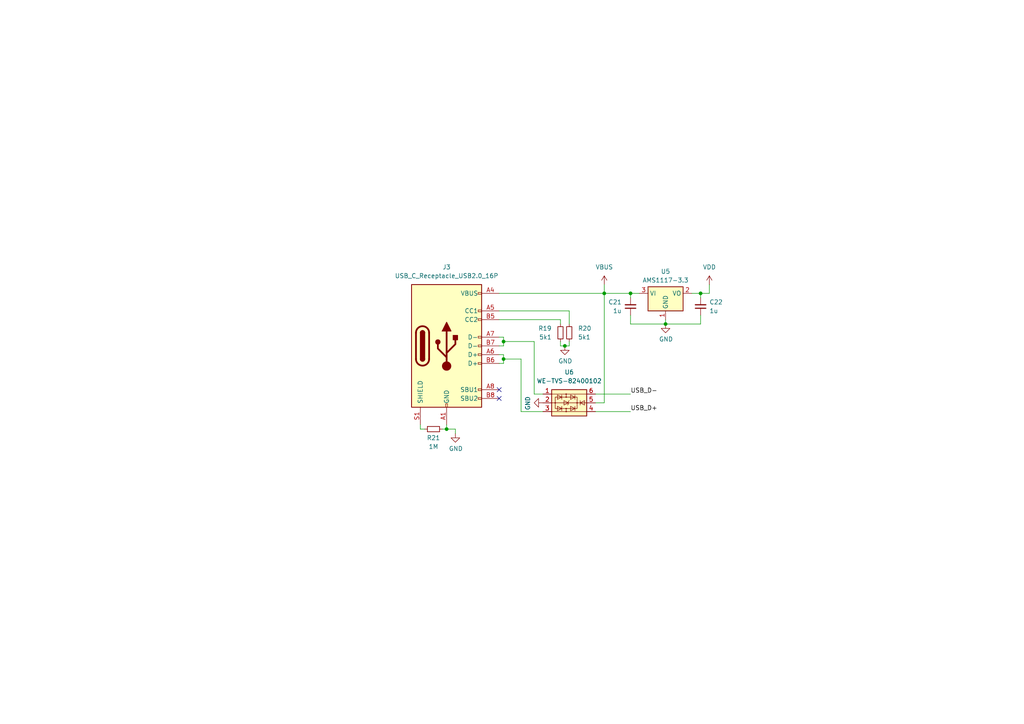
<source format=kicad_sch>
(kicad_sch
	(version 20250114)
	(generator "eeschema")
	(generator_version "9.0")
	(uuid "6a2ba2e5-8ed3-4988-a223-f648f471cefc")
	(paper "A4")
	(lib_symbols
		(symbol "Connector:USB_C_Receptacle_USB2.0_16P"
			(pin_names
				(offset 1.016)
			)
			(exclude_from_sim no)
			(in_bom yes)
			(on_board yes)
			(property "Reference" "J"
				(at 0 22.225 0)
				(effects
					(font
						(size 1.27 1.27)
					)
				)
			)
			(property "Value" "USB_C_Receptacle_USB2.0_16P"
				(at 0 19.685 0)
				(effects
					(font
						(size 1.27 1.27)
					)
				)
			)
			(property "Footprint" ""
				(at 3.81 0 0)
				(effects
					(font
						(size 1.27 1.27)
					)
					(hide yes)
				)
			)
			(property "Datasheet" "https://www.usb.org/sites/default/files/documents/usb_type-c.zip"
				(at 3.81 0 0)
				(effects
					(font
						(size 1.27 1.27)
					)
					(hide yes)
				)
			)
			(property "Description" "USB 2.0-only 16P Type-C Receptacle connector"
				(at 0 0 0)
				(effects
					(font
						(size 1.27 1.27)
					)
					(hide yes)
				)
			)
			(property "ki_keywords" "usb universal serial bus type-C USB2.0"
				(at 0 0 0)
				(effects
					(font
						(size 1.27 1.27)
					)
					(hide yes)
				)
			)
			(property "ki_fp_filters" "USB*C*Receptacle*"
				(at 0 0 0)
				(effects
					(font
						(size 1.27 1.27)
					)
					(hide yes)
				)
			)
			(symbol "USB_C_Receptacle_USB2.0_16P_0_0"
				(rectangle
					(start -0.254 -17.78)
					(end 0.254 -16.764)
					(stroke
						(width 0)
						(type default)
					)
					(fill
						(type none)
					)
				)
				(rectangle
					(start 10.16 15.494)
					(end 9.144 14.986)
					(stroke
						(width 0)
						(type default)
					)
					(fill
						(type none)
					)
				)
				(rectangle
					(start 10.16 10.414)
					(end 9.144 9.906)
					(stroke
						(width 0)
						(type default)
					)
					(fill
						(type none)
					)
				)
				(rectangle
					(start 10.16 7.874)
					(end 9.144 7.366)
					(stroke
						(width 0)
						(type default)
					)
					(fill
						(type none)
					)
				)
				(rectangle
					(start 10.16 2.794)
					(end 9.144 2.286)
					(stroke
						(width 0)
						(type default)
					)
					(fill
						(type none)
					)
				)
				(rectangle
					(start 10.16 0.254)
					(end 9.144 -0.254)
					(stroke
						(width 0)
						(type default)
					)
					(fill
						(type none)
					)
				)
				(rectangle
					(start 10.16 -2.286)
					(end 9.144 -2.794)
					(stroke
						(width 0)
						(type default)
					)
					(fill
						(type none)
					)
				)
				(rectangle
					(start 10.16 -4.826)
					(end 9.144 -5.334)
					(stroke
						(width 0)
						(type default)
					)
					(fill
						(type none)
					)
				)
				(rectangle
					(start 10.16 -12.446)
					(end 9.144 -12.954)
					(stroke
						(width 0)
						(type default)
					)
					(fill
						(type none)
					)
				)
				(rectangle
					(start 10.16 -14.986)
					(end 9.144 -15.494)
					(stroke
						(width 0)
						(type default)
					)
					(fill
						(type none)
					)
				)
			)
			(symbol "USB_C_Receptacle_USB2.0_16P_0_1"
				(rectangle
					(start -10.16 17.78)
					(end 10.16 -17.78)
					(stroke
						(width 0.254)
						(type default)
					)
					(fill
						(type background)
					)
				)
				(polyline
					(pts
						(xy -8.89 -3.81) (xy -8.89 3.81)
					)
					(stroke
						(width 0.508)
						(type default)
					)
					(fill
						(type none)
					)
				)
				(rectangle
					(start -7.62 -3.81)
					(end -6.35 3.81)
					(stroke
						(width 0.254)
						(type default)
					)
					(fill
						(type outline)
					)
				)
				(arc
					(start -7.62 3.81)
					(mid -6.985 4.4423)
					(end -6.35 3.81)
					(stroke
						(width 0.254)
						(type default)
					)
					(fill
						(type none)
					)
				)
				(arc
					(start -7.62 3.81)
					(mid -6.985 4.4423)
					(end -6.35 3.81)
					(stroke
						(width 0.254)
						(type default)
					)
					(fill
						(type outline)
					)
				)
				(arc
					(start -8.89 3.81)
					(mid -6.985 5.7067)
					(end -5.08 3.81)
					(stroke
						(width 0.508)
						(type default)
					)
					(fill
						(type none)
					)
				)
				(arc
					(start -5.08 -3.81)
					(mid -6.985 -5.7067)
					(end -8.89 -3.81)
					(stroke
						(width 0.508)
						(type default)
					)
					(fill
						(type none)
					)
				)
				(arc
					(start -6.35 -3.81)
					(mid -6.985 -4.4423)
					(end -7.62 -3.81)
					(stroke
						(width 0.254)
						(type default)
					)
					(fill
						(type none)
					)
				)
				(arc
					(start -6.35 -3.81)
					(mid -6.985 -4.4423)
					(end -7.62 -3.81)
					(stroke
						(width 0.254)
						(type default)
					)
					(fill
						(type outline)
					)
				)
				(polyline
					(pts
						(xy -5.08 3.81) (xy -5.08 -3.81)
					)
					(stroke
						(width 0.508)
						(type default)
					)
					(fill
						(type none)
					)
				)
				(circle
					(center -2.54 1.143)
					(radius 0.635)
					(stroke
						(width 0.254)
						(type default)
					)
					(fill
						(type outline)
					)
				)
				(polyline
					(pts
						(xy -1.27 4.318) (xy 0 6.858) (xy 1.27 4.318) (xy -1.27 4.318)
					)
					(stroke
						(width 0.254)
						(type default)
					)
					(fill
						(type outline)
					)
				)
				(polyline
					(pts
						(xy 0 -2.032) (xy 2.54 0.508) (xy 2.54 1.778)
					)
					(stroke
						(width 0.508)
						(type default)
					)
					(fill
						(type none)
					)
				)
				(polyline
					(pts
						(xy 0 -3.302) (xy -2.54 -0.762) (xy -2.54 0.508)
					)
					(stroke
						(width 0.508)
						(type default)
					)
					(fill
						(type none)
					)
				)
				(polyline
					(pts
						(xy 0 -5.842) (xy 0 4.318)
					)
					(stroke
						(width 0.508)
						(type default)
					)
					(fill
						(type none)
					)
				)
				(circle
					(center 0 -5.842)
					(radius 1.27)
					(stroke
						(width 0)
						(type default)
					)
					(fill
						(type outline)
					)
				)
				(rectangle
					(start 1.905 1.778)
					(end 3.175 3.048)
					(stroke
						(width 0.254)
						(type default)
					)
					(fill
						(type outline)
					)
				)
			)
			(symbol "USB_C_Receptacle_USB2.0_16P_1_1"
				(pin passive line
					(at -7.62 -22.86 90)
					(length 5.08)
					(name "SHIELD"
						(effects
							(font
								(size 1.27 1.27)
							)
						)
					)
					(number "S1"
						(effects
							(font
								(size 1.27 1.27)
							)
						)
					)
				)
				(pin passive line
					(at 0 -22.86 90)
					(length 5.08)
					(name "GND"
						(effects
							(font
								(size 1.27 1.27)
							)
						)
					)
					(number "A1"
						(effects
							(font
								(size 1.27 1.27)
							)
						)
					)
				)
				(pin passive line
					(at 0 -22.86 90)
					(length 5.08)
					(hide yes)
					(name "GND"
						(effects
							(font
								(size 1.27 1.27)
							)
						)
					)
					(number "A12"
						(effects
							(font
								(size 1.27 1.27)
							)
						)
					)
				)
				(pin passive line
					(at 0 -22.86 90)
					(length 5.08)
					(hide yes)
					(name "GND"
						(effects
							(font
								(size 1.27 1.27)
							)
						)
					)
					(number "B1"
						(effects
							(font
								(size 1.27 1.27)
							)
						)
					)
				)
				(pin passive line
					(at 0 -22.86 90)
					(length 5.08)
					(hide yes)
					(name "GND"
						(effects
							(font
								(size 1.27 1.27)
							)
						)
					)
					(number "B12"
						(effects
							(font
								(size 1.27 1.27)
							)
						)
					)
				)
				(pin passive line
					(at 15.24 15.24 180)
					(length 5.08)
					(name "VBUS"
						(effects
							(font
								(size 1.27 1.27)
							)
						)
					)
					(number "A4"
						(effects
							(font
								(size 1.27 1.27)
							)
						)
					)
				)
				(pin passive line
					(at 15.24 15.24 180)
					(length 5.08)
					(hide yes)
					(name "VBUS"
						(effects
							(font
								(size 1.27 1.27)
							)
						)
					)
					(number "A9"
						(effects
							(font
								(size 1.27 1.27)
							)
						)
					)
				)
				(pin passive line
					(at 15.24 15.24 180)
					(length 5.08)
					(hide yes)
					(name "VBUS"
						(effects
							(font
								(size 1.27 1.27)
							)
						)
					)
					(number "B4"
						(effects
							(font
								(size 1.27 1.27)
							)
						)
					)
				)
				(pin passive line
					(at 15.24 15.24 180)
					(length 5.08)
					(hide yes)
					(name "VBUS"
						(effects
							(font
								(size 1.27 1.27)
							)
						)
					)
					(number "B9"
						(effects
							(font
								(size 1.27 1.27)
							)
						)
					)
				)
				(pin bidirectional line
					(at 15.24 10.16 180)
					(length 5.08)
					(name "CC1"
						(effects
							(font
								(size 1.27 1.27)
							)
						)
					)
					(number "A5"
						(effects
							(font
								(size 1.27 1.27)
							)
						)
					)
				)
				(pin bidirectional line
					(at 15.24 7.62 180)
					(length 5.08)
					(name "CC2"
						(effects
							(font
								(size 1.27 1.27)
							)
						)
					)
					(number "B5"
						(effects
							(font
								(size 1.27 1.27)
							)
						)
					)
				)
				(pin bidirectional line
					(at 15.24 2.54 180)
					(length 5.08)
					(name "D-"
						(effects
							(font
								(size 1.27 1.27)
							)
						)
					)
					(number "A7"
						(effects
							(font
								(size 1.27 1.27)
							)
						)
					)
				)
				(pin bidirectional line
					(at 15.24 0 180)
					(length 5.08)
					(name "D-"
						(effects
							(font
								(size 1.27 1.27)
							)
						)
					)
					(number "B7"
						(effects
							(font
								(size 1.27 1.27)
							)
						)
					)
				)
				(pin bidirectional line
					(at 15.24 -2.54 180)
					(length 5.08)
					(name "D+"
						(effects
							(font
								(size 1.27 1.27)
							)
						)
					)
					(number "A6"
						(effects
							(font
								(size 1.27 1.27)
							)
						)
					)
				)
				(pin bidirectional line
					(at 15.24 -5.08 180)
					(length 5.08)
					(name "D+"
						(effects
							(font
								(size 1.27 1.27)
							)
						)
					)
					(number "B6"
						(effects
							(font
								(size 1.27 1.27)
							)
						)
					)
				)
				(pin bidirectional line
					(at 15.24 -12.7 180)
					(length 5.08)
					(name "SBU1"
						(effects
							(font
								(size 1.27 1.27)
							)
						)
					)
					(number "A8"
						(effects
							(font
								(size 1.27 1.27)
							)
						)
					)
				)
				(pin bidirectional line
					(at 15.24 -15.24 180)
					(length 5.08)
					(name "SBU2"
						(effects
							(font
								(size 1.27 1.27)
							)
						)
					)
					(number "B8"
						(effects
							(font
								(size 1.27 1.27)
							)
						)
					)
				)
			)
			(embedded_fonts no)
		)
		(symbol "Device:C_Small"
			(pin_numbers
				(hide yes)
			)
			(pin_names
				(offset 0.254)
				(hide yes)
			)
			(exclude_from_sim no)
			(in_bom yes)
			(on_board yes)
			(property "Reference" "C"
				(at 0.254 1.778 0)
				(effects
					(font
						(size 1.27 1.27)
					)
					(justify left)
				)
			)
			(property "Value" "C_Small"
				(at 0.254 -2.032 0)
				(effects
					(font
						(size 1.27 1.27)
					)
					(justify left)
				)
			)
			(property "Footprint" ""
				(at 0 0 0)
				(effects
					(font
						(size 1.27 1.27)
					)
					(hide yes)
				)
			)
			(property "Datasheet" "~"
				(at 0 0 0)
				(effects
					(font
						(size 1.27 1.27)
					)
					(hide yes)
				)
			)
			(property "Description" "Unpolarized capacitor, small symbol"
				(at 0 0 0)
				(effects
					(font
						(size 1.27 1.27)
					)
					(hide yes)
				)
			)
			(property "ki_keywords" "capacitor cap"
				(at 0 0 0)
				(effects
					(font
						(size 1.27 1.27)
					)
					(hide yes)
				)
			)
			(property "ki_fp_filters" "C_*"
				(at 0 0 0)
				(effects
					(font
						(size 1.27 1.27)
					)
					(hide yes)
				)
			)
			(symbol "C_Small_0_1"
				(polyline
					(pts
						(xy -1.524 0.508) (xy 1.524 0.508)
					)
					(stroke
						(width 0.3048)
						(type default)
					)
					(fill
						(type none)
					)
				)
				(polyline
					(pts
						(xy -1.524 -0.508) (xy 1.524 -0.508)
					)
					(stroke
						(width 0.3302)
						(type default)
					)
					(fill
						(type none)
					)
				)
			)
			(symbol "C_Small_1_1"
				(pin passive line
					(at 0 2.54 270)
					(length 2.032)
					(name "~"
						(effects
							(font
								(size 1.27 1.27)
							)
						)
					)
					(number "1"
						(effects
							(font
								(size 1.27 1.27)
							)
						)
					)
				)
				(pin passive line
					(at 0 -2.54 90)
					(length 2.032)
					(name "~"
						(effects
							(font
								(size 1.27 1.27)
							)
						)
					)
					(number "2"
						(effects
							(font
								(size 1.27 1.27)
							)
						)
					)
				)
			)
			(embedded_fonts no)
		)
		(symbol "Device:R_Small"
			(pin_numbers
				(hide yes)
			)
			(pin_names
				(offset 0.254)
				(hide yes)
			)
			(exclude_from_sim no)
			(in_bom yes)
			(on_board yes)
			(property "Reference" "R"
				(at 0.762 0.508 0)
				(effects
					(font
						(size 1.27 1.27)
					)
					(justify left)
				)
			)
			(property "Value" "R_Small"
				(at 0.762 -1.016 0)
				(effects
					(font
						(size 1.27 1.27)
					)
					(justify left)
				)
			)
			(property "Footprint" ""
				(at 0 0 0)
				(effects
					(font
						(size 1.27 1.27)
					)
					(hide yes)
				)
			)
			(property "Datasheet" "~"
				(at 0 0 0)
				(effects
					(font
						(size 1.27 1.27)
					)
					(hide yes)
				)
			)
			(property "Description" "Resistor, small symbol"
				(at 0 0 0)
				(effects
					(font
						(size 1.27 1.27)
					)
					(hide yes)
				)
			)
			(property "ki_keywords" "R resistor"
				(at 0 0 0)
				(effects
					(font
						(size 1.27 1.27)
					)
					(hide yes)
				)
			)
			(property "ki_fp_filters" "R_*"
				(at 0 0 0)
				(effects
					(font
						(size 1.27 1.27)
					)
					(hide yes)
				)
			)
			(symbol "R_Small_0_1"
				(rectangle
					(start -0.762 1.778)
					(end 0.762 -1.778)
					(stroke
						(width 0.2032)
						(type default)
					)
					(fill
						(type none)
					)
				)
			)
			(symbol "R_Small_1_1"
				(pin passive line
					(at 0 2.54 270)
					(length 0.762)
					(name "~"
						(effects
							(font
								(size 1.27 1.27)
							)
						)
					)
					(number "1"
						(effects
							(font
								(size 1.27 1.27)
							)
						)
					)
				)
				(pin passive line
					(at 0 -2.54 90)
					(length 0.762)
					(name "~"
						(effects
							(font
								(size 1.27 1.27)
							)
						)
					)
					(number "2"
						(effects
							(font
								(size 1.27 1.27)
							)
						)
					)
				)
			)
			(embedded_fonts no)
		)
		(symbol "Power_Protection:WE-TVS-82400102"
			(exclude_from_sim no)
			(in_bom yes)
			(on_board yes)
			(property "Reference" "U"
				(at 0 7.62 0)
				(effects
					(font
						(size 1.27 1.27)
					)
				)
			)
			(property "Value" "WE-TVS-82400102"
				(at 0 5.08 0)
				(effects
					(font
						(size 1.27 1.27)
					)
				)
			)
			(property "Footprint" "Package_TO_SOT_SMD:SOT-23-6"
				(at 0 -5.08 0)
				(effects
					(font
						(size 1.27 1.27)
					)
					(hide yes)
				)
			)
			(property "Datasheet" "https://www.we-online.com/components/products/datasheet/82400102.pdf"
				(at 0 -6.35 0)
				(effects
					(font
						(size 1.27 1.27)
					)
					(hide yes)
				)
			)
			(property "Description" "Low Capacitance TVS Diode Array, 2 Channels, SOT-23-6"
				(at 0 0 0)
				(effects
					(font
						(size 1.27 1.27)
					)
					(hide yes)
				)
			)
			(property "ki_keywords" "ESD Protection TVS High-speed USB"
				(at 0 0 0)
				(effects
					(font
						(size 1.27 1.27)
					)
					(hide yes)
				)
			)
			(property "ki_fp_filters" "SOT?23*"
				(at 0 0 0)
				(effects
					(font
						(size 1.27 1.27)
					)
					(hide yes)
				)
			)
			(symbol "WE-TVS-82400102_0_1"
				(polyline
					(pts
						(xy -5.08 2.54) (xy 5.08 2.54)
					)
					(stroke
						(width 0)
						(type default)
					)
					(fill
						(type none)
					)
				)
				(polyline
					(pts
						(xy -5.08 -2.54) (xy 5.08 -2.54)
					)
					(stroke
						(width 0)
						(type default)
					)
					(fill
						(type none)
					)
				)
				(rectangle
					(start -4.064 1.651)
					(end 2.286 -1.651)
					(stroke
						(width 0)
						(type default)
					)
					(fill
						(type none)
					)
				)
				(circle
					(center -4.064 0)
					(radius 0.127)
					(stroke
						(width 0)
						(type default)
					)
					(fill
						(type none)
					)
				)
				(polyline
					(pts
						(xy -4.064 0) (xy -5.08 0)
					)
					(stroke
						(width 0)
						(type default)
					)
					(fill
						(type none)
					)
				)
				(polyline
					(pts
						(xy -4.064 0) (xy 2.286 0)
					)
					(stroke
						(width 0)
						(type default)
					)
					(fill
						(type outline)
					)
				)
				(polyline
					(pts
						(xy -3.429 1.016) (xy -3.429 2.286) (xy -2.159 1.651) (xy -3.429 1.016)
					)
					(stroke
						(width 0)
						(type default)
					)
					(fill
						(type none)
					)
				)
				(polyline
					(pts
						(xy -3.429 -1.016) (xy -3.429 -2.286) (xy -2.159 -1.651) (xy -3.429 -1.016)
					)
					(stroke
						(width 0)
						(type default)
					)
					(fill
						(type none)
					)
				)
				(polyline
					(pts
						(xy -2.159 2.286) (xy -2.159 1.016)
					)
					(stroke
						(width 0)
						(type default)
					)
					(fill
						(type none)
					)
				)
				(polyline
					(pts
						(xy -2.159 -1.016) (xy -2.159 -2.286)
					)
					(stroke
						(width 0)
						(type default)
					)
					(fill
						(type none)
					)
				)
				(circle
					(center -0.889 2.54)
					(radius 0.127)
					(stroke
						(width 0)
						(type default)
					)
					(fill
						(type none)
					)
				)
				(circle
					(center -0.889 1.651)
					(radius 0.127)
					(stroke
						(width 0)
						(type default)
					)
					(fill
						(type none)
					)
				)
				(polyline
					(pts
						(xy -0.889 1.651) (xy -0.889 2.54)
					)
					(stroke
						(width 0)
						(type default)
					)
					(fill
						(type none)
					)
				)
				(circle
					(center -0.889 -1.651)
					(radius 0.127)
					(stroke
						(width 0)
						(type default)
					)
					(fill
						(type none)
					)
				)
				(polyline
					(pts
						(xy -0.889 -1.651) (xy -0.889 -2.413)
					)
					(stroke
						(width 0)
						(type default)
					)
					(fill
						(type none)
					)
				)
				(circle
					(center -0.889 -2.54)
					(radius 0.127)
					(stroke
						(width 0)
						(type default)
					)
					(fill
						(type none)
					)
				)
				(polyline
					(pts
						(xy -0.508 -0.635) (xy -0.508 -0.635)
					)
					(stroke
						(width 0)
						(type default)
					)
					(fill
						(type none)
					)
				)
				(polyline
					(pts
						(xy 0 0.635) (xy -0.254 0.381) (xy -0.254 -0.381) (xy -0.508 -0.635)
					)
					(stroke
						(width 0)
						(type default)
					)
					(fill
						(type none)
					)
				)
				(polyline
					(pts
						(xy 0.381 1.016) (xy 0.381 2.286) (xy 1.651 1.651) (xy 0.381 1.016)
					)
					(stroke
						(width 0)
						(type default)
					)
					(fill
						(type none)
					)
				)
				(polyline
					(pts
						(xy 0.381 -1.016) (xy 0.381 -2.286) (xy 1.651 -1.651) (xy 0.381 -1.016)
					)
					(stroke
						(width 0)
						(type default)
					)
					(fill
						(type none)
					)
				)
				(polyline
					(pts
						(xy 1.651 2.286) (xy 1.651 1.016)
					)
					(stroke
						(width 0)
						(type default)
					)
					(fill
						(type none)
					)
				)
				(polyline
					(pts
						(xy 1.651 -1.016) (xy 1.651 -2.286)
					)
					(stroke
						(width 0)
						(type default)
					)
					(fill
						(type none)
					)
				)
				(polyline
					(pts
						(xy 2.286 0) (xy 5.08 0)
					)
					(stroke
						(width 0)
						(type default)
					)
					(fill
						(type none)
					)
				)
				(circle
					(center 2.286 0)
					(radius 0.127)
					(stroke
						(width 0)
						(type default)
					)
					(fill
						(type none)
					)
				)
			)
			(symbol "WE-TVS-82400102_1_1"
				(rectangle
					(start -5.08 3.81)
					(end 5.08 -3.81)
					(stroke
						(width 0.254)
						(type default)
					)
					(fill
						(type background)
					)
				)
				(polyline
					(pts
						(xy -1.524 0.635) (xy -1.524 -0.635) (xy -0.254 0) (xy -1.524 0.635)
					)
					(stroke
						(width 0)
						(type default)
					)
					(fill
						(type none)
					)
				)
				(polyline
					(pts
						(xy 3.175 0.635) (xy 3.175 -0.635)
					)
					(stroke
						(width 0)
						(type default)
					)
					(fill
						(type none)
					)
				)
				(polyline
					(pts
						(xy 4.445 0.635) (xy 4.445 -0.635) (xy 3.175 0) (xy 4.445 0.635)
					)
					(stroke
						(width 0)
						(type default)
					)
					(fill
						(type none)
					)
				)
				(pin passive line
					(at -7.62 2.54 0)
					(length 2.54)
					(name "~"
						(effects
							(font
								(size 1.27 1.27)
							)
						)
					)
					(number "1"
						(effects
							(font
								(size 1.27 1.27)
							)
						)
					)
				)
				(pin passive line
					(at -7.62 0 0)
					(length 2.54)
					(name "~"
						(effects
							(font
								(size 1.27 1.27)
							)
						)
					)
					(number "2"
						(effects
							(font
								(size 1.27 1.27)
							)
						)
					)
				)
				(pin passive line
					(at -7.62 -2.54 0)
					(length 2.54)
					(name "~"
						(effects
							(font
								(size 1.27 1.27)
							)
						)
					)
					(number "3"
						(effects
							(font
								(size 1.27 1.27)
							)
						)
					)
				)
				(pin passive line
					(at 7.62 2.54 180)
					(length 2.54)
					(name "~"
						(effects
							(font
								(size 1.27 1.27)
							)
						)
					)
					(number "6"
						(effects
							(font
								(size 1.27 1.27)
							)
						)
					)
				)
				(pin passive line
					(at 7.62 0 180)
					(length 2.54)
					(name "~"
						(effects
							(font
								(size 1.27 1.27)
							)
						)
					)
					(number "5"
						(effects
							(font
								(size 1.27 1.27)
							)
						)
					)
				)
				(pin passive line
					(at 7.62 -2.54 180)
					(length 2.54)
					(name "~"
						(effects
							(font
								(size 1.27 1.27)
							)
						)
					)
					(number "4"
						(effects
							(font
								(size 1.27 1.27)
							)
						)
					)
				)
			)
			(embedded_fonts no)
		)
		(symbol "Regulator_Linear:AMS1117-3.3"
			(exclude_from_sim no)
			(in_bom yes)
			(on_board yes)
			(property "Reference" "U"
				(at -3.81 3.175 0)
				(effects
					(font
						(size 1.27 1.27)
					)
				)
			)
			(property "Value" "AMS1117-3.3"
				(at 0 3.175 0)
				(effects
					(font
						(size 1.27 1.27)
					)
					(justify left)
				)
			)
			(property "Footprint" "Package_TO_SOT_SMD:SOT-223-3_TabPin2"
				(at 0 5.08 0)
				(effects
					(font
						(size 1.27 1.27)
					)
					(hide yes)
				)
			)
			(property "Datasheet" "http://www.advanced-monolithic.com/pdf/ds1117.pdf"
				(at 2.54 -6.35 0)
				(effects
					(font
						(size 1.27 1.27)
					)
					(hide yes)
				)
			)
			(property "Description" "1A Low Dropout regulator, positive, 3.3V fixed output, SOT-223"
				(at 0 0 0)
				(effects
					(font
						(size 1.27 1.27)
					)
					(hide yes)
				)
			)
			(property "ki_keywords" "linear regulator ldo fixed positive"
				(at 0 0 0)
				(effects
					(font
						(size 1.27 1.27)
					)
					(hide yes)
				)
			)
			(property "ki_fp_filters" "SOT?223*TabPin2*"
				(at 0 0 0)
				(effects
					(font
						(size 1.27 1.27)
					)
					(hide yes)
				)
			)
			(symbol "AMS1117-3.3_0_1"
				(rectangle
					(start -5.08 -5.08)
					(end 5.08 1.905)
					(stroke
						(width 0.254)
						(type default)
					)
					(fill
						(type background)
					)
				)
			)
			(symbol "AMS1117-3.3_1_1"
				(pin power_in line
					(at -7.62 0 0)
					(length 2.54)
					(name "VI"
						(effects
							(font
								(size 1.27 1.27)
							)
						)
					)
					(number "3"
						(effects
							(font
								(size 1.27 1.27)
							)
						)
					)
				)
				(pin power_in line
					(at 0 -7.62 90)
					(length 2.54)
					(name "GND"
						(effects
							(font
								(size 1.27 1.27)
							)
						)
					)
					(number "1"
						(effects
							(font
								(size 1.27 1.27)
							)
						)
					)
				)
				(pin power_out line
					(at 7.62 0 180)
					(length 2.54)
					(name "VO"
						(effects
							(font
								(size 1.27 1.27)
							)
						)
					)
					(number "2"
						(effects
							(font
								(size 1.27 1.27)
							)
						)
					)
				)
			)
			(embedded_fonts no)
		)
		(symbol "power:GND"
			(power)
			(pin_names
				(offset 0)
			)
			(exclude_from_sim no)
			(in_bom yes)
			(on_board yes)
			(property "Reference" "#PWR"
				(at 0 -6.35 0)
				(effects
					(font
						(size 1.27 1.27)
					)
					(hide yes)
				)
			)
			(property "Value" "GND"
				(at 0 -3.81 0)
				(effects
					(font
						(size 1.27 1.27)
					)
				)
			)
			(property "Footprint" ""
				(at 0 0 0)
				(effects
					(font
						(size 1.27 1.27)
					)
					(hide yes)
				)
			)
			(property "Datasheet" ""
				(at 0 0 0)
				(effects
					(font
						(size 1.27 1.27)
					)
					(hide yes)
				)
			)
			(property "Description" "Power symbol creates a global label with name \"GND\" , ground"
				(at 0 0 0)
				(effects
					(font
						(size 1.27 1.27)
					)
					(hide yes)
				)
			)
			(property "ki_keywords" "power-flag"
				(at 0 0 0)
				(effects
					(font
						(size 1.27 1.27)
					)
					(hide yes)
				)
			)
			(symbol "GND_0_1"
				(polyline
					(pts
						(xy 0 0) (xy 0 -1.27) (xy 1.27 -1.27) (xy 0 -2.54) (xy -1.27 -1.27) (xy 0 -1.27)
					)
					(stroke
						(width 0)
						(type default)
					)
					(fill
						(type none)
					)
				)
			)
			(symbol "GND_1_1"
				(pin power_in line
					(at 0 0 270)
					(length 0)
					(hide yes)
					(name "GND"
						(effects
							(font
								(size 1.27 1.27)
							)
						)
					)
					(number "1"
						(effects
							(font
								(size 1.27 1.27)
							)
						)
					)
				)
			)
			(embedded_fonts no)
		)
		(symbol "power:VBUS"
			(power)
			(pin_numbers
				(hide yes)
			)
			(pin_names
				(offset 0)
				(hide yes)
			)
			(exclude_from_sim no)
			(in_bom yes)
			(on_board yes)
			(property "Reference" "#PWR"
				(at 0 -3.81 0)
				(effects
					(font
						(size 1.27 1.27)
					)
					(hide yes)
				)
			)
			(property "Value" "VBUS"
				(at 0 3.556 0)
				(effects
					(font
						(size 1.27 1.27)
					)
				)
			)
			(property "Footprint" ""
				(at 0 0 0)
				(effects
					(font
						(size 1.27 1.27)
					)
					(hide yes)
				)
			)
			(property "Datasheet" ""
				(at 0 0 0)
				(effects
					(font
						(size 1.27 1.27)
					)
					(hide yes)
				)
			)
			(property "Description" "Power symbol creates a global label with name \"VBUS\""
				(at 0 0 0)
				(effects
					(font
						(size 1.27 1.27)
					)
					(hide yes)
				)
			)
			(property "ki_keywords" "global power"
				(at 0 0 0)
				(effects
					(font
						(size 1.27 1.27)
					)
					(hide yes)
				)
			)
			(symbol "VBUS_0_1"
				(polyline
					(pts
						(xy -0.762 1.27) (xy 0 2.54)
					)
					(stroke
						(width 0)
						(type default)
					)
					(fill
						(type none)
					)
				)
				(polyline
					(pts
						(xy 0 2.54) (xy 0.762 1.27)
					)
					(stroke
						(width 0)
						(type default)
					)
					(fill
						(type none)
					)
				)
				(polyline
					(pts
						(xy 0 0) (xy 0 2.54)
					)
					(stroke
						(width 0)
						(type default)
					)
					(fill
						(type none)
					)
				)
			)
			(symbol "VBUS_1_1"
				(pin power_in line
					(at 0 0 90)
					(length 0)
					(name "~"
						(effects
							(font
								(size 1.27 1.27)
							)
						)
					)
					(number "1"
						(effects
							(font
								(size 1.27 1.27)
							)
						)
					)
				)
			)
			(embedded_fonts no)
		)
		(symbol "power:VDD"
			(power)
			(pin_numbers
				(hide yes)
			)
			(pin_names
				(offset 0)
				(hide yes)
			)
			(exclude_from_sim no)
			(in_bom yes)
			(on_board yes)
			(property "Reference" "#PWR"
				(at 0 -3.81 0)
				(effects
					(font
						(size 1.27 1.27)
					)
					(hide yes)
				)
			)
			(property "Value" "VDD"
				(at 0 3.556 0)
				(effects
					(font
						(size 1.27 1.27)
					)
				)
			)
			(property "Footprint" ""
				(at 0 0 0)
				(effects
					(font
						(size 1.27 1.27)
					)
					(hide yes)
				)
			)
			(property "Datasheet" ""
				(at 0 0 0)
				(effects
					(font
						(size 1.27 1.27)
					)
					(hide yes)
				)
			)
			(property "Description" "Power symbol creates a global label with name \"VDD\""
				(at 0 0 0)
				(effects
					(font
						(size 1.27 1.27)
					)
					(hide yes)
				)
			)
			(property "ki_keywords" "global power"
				(at 0 0 0)
				(effects
					(font
						(size 1.27 1.27)
					)
					(hide yes)
				)
			)
			(symbol "VDD_0_1"
				(polyline
					(pts
						(xy -0.762 1.27) (xy 0 2.54)
					)
					(stroke
						(width 0)
						(type default)
					)
					(fill
						(type none)
					)
				)
				(polyline
					(pts
						(xy 0 2.54) (xy 0.762 1.27)
					)
					(stroke
						(width 0)
						(type default)
					)
					(fill
						(type none)
					)
				)
				(polyline
					(pts
						(xy 0 0) (xy 0 2.54)
					)
					(stroke
						(width 0)
						(type default)
					)
					(fill
						(type none)
					)
				)
			)
			(symbol "VDD_1_1"
				(pin power_in line
					(at 0 0 90)
					(length 0)
					(name "~"
						(effects
							(font
								(size 1.27 1.27)
							)
						)
					)
					(number "1"
						(effects
							(font
								(size 1.27 1.27)
							)
						)
					)
				)
			)
			(embedded_fonts no)
		)
	)
	(junction
		(at 146.05 104.14)
		(diameter 0)
		(color 0 0 0 0)
		(uuid "4081fa65-2719-4388-83c4-c668d3dfa0d8")
	)
	(junction
		(at 146.05 99.06)
		(diameter 0)
		(color 0 0 0 0)
		(uuid "899476a4-b92b-4c66-b398-1301a63f2af6")
	)
	(junction
		(at 175.26 85.09)
		(diameter 0)
		(color 0 0 0 0)
		(uuid "98104486-3300-4891-9efe-c0c28e98c3e0")
	)
	(junction
		(at 193.04 93.98)
		(diameter 0)
		(color 0 0 0 0)
		(uuid "cb0fd106-d74c-407b-8d16-bdea5ea46bb8")
	)
	(junction
		(at 163.83 100.33)
		(diameter 0)
		(color 0 0 0 0)
		(uuid "cf91554f-3a44-461d-9ca7-d4f601e3c17c")
	)
	(junction
		(at 182.88 85.09)
		(diameter 0)
		(color 0 0 0 0)
		(uuid "d8bb3cca-d6ba-40a7-ba58-618d588a9496")
	)
	(junction
		(at 203.2 85.09)
		(diameter 0)
		(color 0 0 0 0)
		(uuid "ec662974-d9bb-429f-b71d-313481b0a629")
	)
	(junction
		(at 129.54 124.46)
		(diameter 0)
		(color 0 0 0 0)
		(uuid "f6efbe5f-35e5-4a9c-93e8-e7b529c37e1a")
	)
	(no_connect
		(at 144.78 115.57)
		(uuid "0e0f1f92-f2f0-4b12-831b-e209da9ca8ef")
	)
	(no_connect
		(at 144.78 113.03)
		(uuid "6abbb7e9-9985-4e04-a4dd-64c7e1aaed0e")
	)
	(wire
		(pts
			(xy 146.05 100.33) (xy 144.78 100.33)
		)
		(stroke
			(width 0)
			(type default)
		)
		(uuid "0b8408ee-e02d-4748-bb84-7ed83f6baf62")
	)
	(wire
		(pts
			(xy 172.72 116.84) (xy 175.26 116.84)
		)
		(stroke
			(width 0)
			(type default)
		)
		(uuid "1454f4ea-6649-48f0-b3a8-2a1b3ba1cd4b")
	)
	(wire
		(pts
			(xy 121.92 123.19) (xy 121.92 124.46)
		)
		(stroke
			(width 0)
			(type default)
		)
		(uuid "1afbd5d3-bc47-479f-887d-104722668cef")
	)
	(wire
		(pts
			(xy 144.78 97.79) (xy 146.05 97.79)
		)
		(stroke
			(width 0)
			(type default)
		)
		(uuid "223e84cb-05b8-47de-a370-ea7b826e023d")
	)
	(wire
		(pts
			(xy 151.13 119.38) (xy 151.13 104.14)
		)
		(stroke
			(width 0)
			(type default)
		)
		(uuid "2343cb24-30f4-49b1-bd4e-844bfca6e3d7")
	)
	(wire
		(pts
			(xy 163.83 100.33) (xy 165.1 100.33)
		)
		(stroke
			(width 0)
			(type default)
		)
		(uuid "246340b3-a1db-4d2d-80e2-7d26d9ea06dc")
	)
	(wire
		(pts
			(xy 144.78 85.09) (xy 175.26 85.09)
		)
		(stroke
			(width 0)
			(type default)
		)
		(uuid "3a94b367-689c-42af-8775-e5fecf89cd30")
	)
	(wire
		(pts
			(xy 146.05 102.87) (xy 146.05 104.14)
		)
		(stroke
			(width 0)
			(type default)
		)
		(uuid "45069f0f-bc4a-4eb7-9b56-5a57256760c0")
	)
	(wire
		(pts
			(xy 193.04 93.98) (xy 193.04 92.71)
		)
		(stroke
			(width 0)
			(type default)
		)
		(uuid "4fde8ee5-8231-47f9-a19c-0df123111bf4")
	)
	(wire
		(pts
			(xy 144.78 105.41) (xy 146.05 105.41)
		)
		(stroke
			(width 0)
			(type default)
		)
		(uuid "5796c4c7-9ba9-46c0-b50c-bb11c719c8b9")
	)
	(wire
		(pts
			(xy 200.66 85.09) (xy 203.2 85.09)
		)
		(stroke
			(width 0)
			(type default)
		)
		(uuid "58805dec-fea2-4bc0-b517-38f9af11e869")
	)
	(wire
		(pts
			(xy 182.88 91.44) (xy 182.88 93.98)
		)
		(stroke
			(width 0)
			(type default)
		)
		(uuid "5da7af16-6115-40d4-abdd-91ae7708dd9c")
	)
	(wire
		(pts
			(xy 128.27 124.46) (xy 129.54 124.46)
		)
		(stroke
			(width 0)
			(type default)
		)
		(uuid "5ecd3218-e2b1-4cb6-9839-7233e4b9218b")
	)
	(wire
		(pts
			(xy 172.72 119.38) (xy 182.88 119.38)
		)
		(stroke
			(width 0)
			(type default)
		)
		(uuid "5f01bdd9-ec14-4b89-9b69-132caba5d98e")
	)
	(wire
		(pts
			(xy 203.2 91.44) (xy 203.2 93.98)
		)
		(stroke
			(width 0)
			(type default)
		)
		(uuid "69716944-9ce5-45cf-9ff1-a080a304448d")
	)
	(wire
		(pts
			(xy 144.78 90.17) (xy 165.1 90.17)
		)
		(stroke
			(width 0)
			(type default)
		)
		(uuid "6f71e2f0-08ce-481d-be0d-28cfe6022274")
	)
	(wire
		(pts
			(xy 146.05 97.79) (xy 146.05 99.06)
		)
		(stroke
			(width 0)
			(type default)
		)
		(uuid "7acecd31-b896-44ca-b603-cdac519c3d66")
	)
	(wire
		(pts
			(xy 132.08 124.46) (xy 132.08 125.73)
		)
		(stroke
			(width 0)
			(type default)
		)
		(uuid "81268268-be18-4565-a21c-4a7960ab35bb")
	)
	(wire
		(pts
			(xy 146.05 99.06) (xy 146.05 100.33)
		)
		(stroke
			(width 0)
			(type default)
		)
		(uuid "8926e986-3a59-47a3-b282-ee808961e7f5")
	)
	(wire
		(pts
			(xy 151.13 104.14) (xy 146.05 104.14)
		)
		(stroke
			(width 0)
			(type default)
		)
		(uuid "8a3411b3-02e2-4ec4-be0e-eb8dcfea526f")
	)
	(wire
		(pts
			(xy 151.13 119.38) (xy 157.48 119.38)
		)
		(stroke
			(width 0)
			(type default)
		)
		(uuid "9069a254-9429-4bab-8964-b91e93e9ae6b")
	)
	(wire
		(pts
			(xy 185.42 85.09) (xy 182.88 85.09)
		)
		(stroke
			(width 0)
			(type default)
		)
		(uuid "9880317f-81f0-420f-b311-6e0759e0a195")
	)
	(wire
		(pts
			(xy 154.94 99.06) (xy 154.94 114.3)
		)
		(stroke
			(width 0)
			(type default)
		)
		(uuid "9c958130-1abd-4180-863a-ff0030d73831")
	)
	(wire
		(pts
			(xy 203.2 85.09) (xy 203.2 86.36)
		)
		(stroke
			(width 0)
			(type default)
		)
		(uuid "9cc09349-8ffe-4b01-8138-d975b2f27160")
	)
	(wire
		(pts
			(xy 154.94 114.3) (xy 157.48 114.3)
		)
		(stroke
			(width 0)
			(type default)
		)
		(uuid "9f43dc41-3d67-4253-8643-d41161183e7b")
	)
	(wire
		(pts
			(xy 205.74 82.55) (xy 205.74 85.09)
		)
		(stroke
			(width 0)
			(type default)
		)
		(uuid "a37c8302-9620-488b-8fb5-ea22e6b70f22")
	)
	(wire
		(pts
			(xy 165.1 90.17) (xy 165.1 93.98)
		)
		(stroke
			(width 0)
			(type default)
		)
		(uuid "a3849765-67c7-4352-bf1f-b7569052caa1")
	)
	(wire
		(pts
			(xy 144.78 102.87) (xy 146.05 102.87)
		)
		(stroke
			(width 0)
			(type default)
		)
		(uuid "a9397ca8-04ef-426d-b768-06ce7ab9346b")
	)
	(wire
		(pts
			(xy 175.26 85.09) (xy 175.26 116.84)
		)
		(stroke
			(width 0)
			(type default)
		)
		(uuid "aab30c7c-cb72-40a4-8705-4c70894a085f")
	)
	(wire
		(pts
			(xy 182.88 93.98) (xy 193.04 93.98)
		)
		(stroke
			(width 0)
			(type default)
		)
		(uuid "acc0d159-81c2-47f4-85e1-a19149c88443")
	)
	(wire
		(pts
			(xy 162.56 92.71) (xy 162.56 93.98)
		)
		(stroke
			(width 0)
			(type default)
		)
		(uuid "b0ec3f8b-d190-4538-bc71-b608087c7e23")
	)
	(wire
		(pts
			(xy 129.54 124.46) (xy 129.54 123.19)
		)
		(stroke
			(width 0)
			(type default)
		)
		(uuid "b5718e85-c70d-494c-96ed-a95cdba5be20")
	)
	(wire
		(pts
			(xy 182.88 85.09) (xy 182.88 86.36)
		)
		(stroke
			(width 0)
			(type default)
		)
		(uuid "b96ca964-85d2-452f-9c07-e1accbc8b68f")
	)
	(wire
		(pts
			(xy 129.54 124.46) (xy 132.08 124.46)
		)
		(stroke
			(width 0)
			(type default)
		)
		(uuid "bd8eaaed-d675-4180-bfed-1db8ba8fd379")
	)
	(wire
		(pts
			(xy 162.56 100.33) (xy 163.83 100.33)
		)
		(stroke
			(width 0)
			(type default)
		)
		(uuid "c13f214e-ff9d-4be6-98b8-2b1a85b8a23b")
	)
	(wire
		(pts
			(xy 203.2 93.98) (xy 193.04 93.98)
		)
		(stroke
			(width 0)
			(type default)
		)
		(uuid "c25b871e-8a00-4286-8874-89099f7e4153")
	)
	(wire
		(pts
			(xy 175.26 85.09) (xy 182.88 85.09)
		)
		(stroke
			(width 0)
			(type default)
		)
		(uuid "d537b9ea-bd59-4322-adf9-207204468483")
	)
	(wire
		(pts
			(xy 121.92 124.46) (xy 123.19 124.46)
		)
		(stroke
			(width 0)
			(type default)
		)
		(uuid "db4997fe-3181-4f21-b81e-23ec5dff4e84")
	)
	(wire
		(pts
			(xy 146.05 99.06) (xy 154.94 99.06)
		)
		(stroke
			(width 0)
			(type default)
		)
		(uuid "dd3b612d-7774-4acf-b7bf-478ccff39e09")
	)
	(wire
		(pts
			(xy 162.56 99.06) (xy 162.56 100.33)
		)
		(stroke
			(width 0)
			(type default)
		)
		(uuid "e0eb8b37-64f3-42b0-bc7b-9d244c7fed4d")
	)
	(wire
		(pts
			(xy 144.78 92.71) (xy 162.56 92.71)
		)
		(stroke
			(width 0)
			(type default)
		)
		(uuid "e32c024c-aa2f-4691-83af-fe87103e9b69")
	)
	(wire
		(pts
			(xy 172.72 114.3) (xy 182.88 114.3)
		)
		(stroke
			(width 0)
			(type default)
		)
		(uuid "e668618f-ee60-44fd-9716-c1cc0a7f0a2c")
	)
	(wire
		(pts
			(xy 205.74 85.09) (xy 203.2 85.09)
		)
		(stroke
			(width 0)
			(type default)
		)
		(uuid "e6e67c77-7109-43fb-8087-d9bdf80616b4")
	)
	(wire
		(pts
			(xy 146.05 104.14) (xy 146.05 105.41)
		)
		(stroke
			(width 0)
			(type default)
		)
		(uuid "e94b6e52-78ec-40cb-be4e-a4c827d5bb18")
	)
	(wire
		(pts
			(xy 175.26 82.55) (xy 175.26 85.09)
		)
		(stroke
			(width 0)
			(type default)
		)
		(uuid "ed3ed0a0-14c9-4227-9df2-bd157c6d3929")
	)
	(wire
		(pts
			(xy 165.1 100.33) (xy 165.1 99.06)
		)
		(stroke
			(width 0)
			(type default)
		)
		(uuid "f3cf89c5-eff8-4014-a187-429c206ca252")
	)
	(label "USB_D-"
		(at 182.88 114.3 0)
		(effects
			(font
				(size 1.27 1.27)
			)
			(justify left bottom)
		)
		(uuid "e406f2ad-8605-46ed-9996-eee08b0dc929")
	)
	(label "USB_D+"
		(at 182.88 119.38 0)
		(effects
			(font
				(size 1.27 1.27)
			)
			(justify left bottom)
		)
		(uuid "fab39c86-861d-4ec5-b0e9-2435ede552da")
	)
	(symbol
		(lib_id "power:GND")
		(at 193.04 93.98 0)
		(unit 1)
		(exclude_from_sim no)
		(in_bom yes)
		(on_board yes)
		(dnp no)
		(uuid "0203764a-63bf-48db-b141-4af558aef87d")
		(property "Reference" "#PWR090"
			(at 193.04 100.33 0)
			(effects
				(font
					(size 1.27 1.27)
				)
				(hide yes)
			)
		)
		(property "Value" "GND"
			(at 193.167 98.3742 0)
			(effects
				(font
					(size 1.27 1.27)
				)
			)
		)
		(property "Footprint" ""
			(at 193.04 93.98 0)
			(effects
				(font
					(size 1.27 1.27)
				)
				(hide yes)
			)
		)
		(property "Datasheet" ""
			(at 193.04 93.98 0)
			(effects
				(font
					(size 1.27 1.27)
				)
				(hide yes)
			)
		)
		(property "Description" ""
			(at 193.04 93.98 0)
			(effects
				(font
					(size 1.27 1.27)
				)
				(hide yes)
			)
		)
		(pin "1"
			(uuid "e3b80d5e-c3f6-4ce6-b9bd-25291acdf37d")
		)
		(instances
			(project "esp32s3-rail"
				(path "/43c3dd73-0dcc-48c9-a061-d039af0cb18f/edf17fb9-3cf9-48f1-9898-c91d3688f53f"
					(reference "#PWR090")
					(unit 1)
				)
			)
		)
	)
	(symbol
		(lib_id "power:GND")
		(at 157.48 116.84 270)
		(unit 1)
		(exclude_from_sim no)
		(in_bom yes)
		(on_board yes)
		(dnp no)
		(fields_autoplaced yes)
		(uuid "10dd190f-b0ce-43b3-a785-fc1d061d05a6")
		(property "Reference" "#PWR091"
			(at 151.13 116.84 0)
			(effects
				(font
					(size 1.27 1.27)
				)
				(hide yes)
			)
		)
		(property "Value" "GND"
			(at 153.0858 116.967 0)
			(effects
				(font
					(size 1.27 1.27)
				)
			)
		)
		(property "Footprint" ""
			(at 157.48 116.84 0)
			(effects
				(font
					(size 1.27 1.27)
				)
				(hide yes)
			)
		)
		(property "Datasheet" ""
			(at 157.48 116.84 0)
			(effects
				(font
					(size 1.27 1.27)
				)
				(hide yes)
			)
		)
		(property "Description" ""
			(at 157.48 116.84 0)
			(effects
				(font
					(size 1.27 1.27)
				)
				(hide yes)
			)
		)
		(pin "1"
			(uuid "9fcd45ff-21ed-4e95-a71b-89cbc1c9646b")
		)
		(instances
			(project "esp32s3-rail"
				(path "/43c3dd73-0dcc-48c9-a061-d039af0cb18f/edf17fb9-3cf9-48f1-9898-c91d3688f53f"
					(reference "#PWR091")
					(unit 1)
				)
			)
		)
	)
	(symbol
		(lib_id "power:GND")
		(at 163.83 100.33 0)
		(unit 1)
		(exclude_from_sim no)
		(in_bom yes)
		(on_board yes)
		(dnp no)
		(uuid "3147014c-49fd-4767-be97-fcd964bc1aa9")
		(property "Reference" "#PWR088"
			(at 163.83 106.68 0)
			(effects
				(font
					(size 1.27 1.27)
				)
				(hide yes)
			)
		)
		(property "Value" "GND"
			(at 163.957 104.7242 0)
			(effects
				(font
					(size 1.27 1.27)
				)
			)
		)
		(property "Footprint" ""
			(at 163.83 100.33 0)
			(effects
				(font
					(size 1.27 1.27)
				)
				(hide yes)
			)
		)
		(property "Datasheet" ""
			(at 163.83 100.33 0)
			(effects
				(font
					(size 1.27 1.27)
				)
				(hide yes)
			)
		)
		(property "Description" ""
			(at 163.83 100.33 0)
			(effects
				(font
					(size 1.27 1.27)
				)
				(hide yes)
			)
		)
		(pin "1"
			(uuid "13d46c7a-9454-4507-9157-fe1bb748481f")
		)
		(instances
			(project "esp32s3-rail"
				(path "/43c3dd73-0dcc-48c9-a061-d039af0cb18f/edf17fb9-3cf9-48f1-9898-c91d3688f53f"
					(reference "#PWR088")
					(unit 1)
				)
			)
		)
	)
	(symbol
		(lib_id "Device:C_Small")
		(at 203.2 88.9 0)
		(mirror x)
		(unit 1)
		(exclude_from_sim no)
		(in_bom yes)
		(on_board yes)
		(dnp no)
		(fields_autoplaced yes)
		(uuid "4612d823-09c0-46b5-ad1f-3fcaf6f91bdd")
		(property "Reference" "C22"
			(at 205.74 87.6235 0)
			(effects
				(font
					(size 1.27 1.27)
				)
				(justify left)
			)
		)
		(property "Value" "1u"
			(at 205.74 90.1635 0)
			(effects
				(font
					(size 1.27 1.27)
				)
				(justify left)
			)
		)
		(property "Footprint" ""
			(at 203.2 88.9 0)
			(effects
				(font
					(size 1.27 1.27)
				)
				(hide yes)
			)
		)
		(property "Datasheet" "~"
			(at 203.2 88.9 0)
			(effects
				(font
					(size 1.27 1.27)
				)
				(hide yes)
			)
		)
		(property "Description" "Unpolarized capacitor, small symbol"
			(at 203.2 88.9 0)
			(effects
				(font
					(size 1.27 1.27)
				)
				(hide yes)
			)
		)
		(pin "1"
			(uuid "bb3e7e94-c561-4381-9b1a-f6c268fdc1c7")
		)
		(pin "2"
			(uuid "ce4b83e2-c4e2-4be5-ad9e-d72f37f704fc")
		)
		(instances
			(project "esp32s3-rail"
				(path "/43c3dd73-0dcc-48c9-a061-d039af0cb18f/edf17fb9-3cf9-48f1-9898-c91d3688f53f"
					(reference "C22")
					(unit 1)
				)
			)
		)
	)
	(symbol
		(lib_id "Device:R_Small")
		(at 165.1 96.52 0)
		(unit 1)
		(exclude_from_sim no)
		(in_bom yes)
		(on_board yes)
		(dnp no)
		(fields_autoplaced yes)
		(uuid "47d05362-6632-45e8-8c25-83ecd17d3b4b")
		(property "Reference" "R20"
			(at 167.64 95.2499 0)
			(effects
				(font
					(size 1.27 1.27)
				)
				(justify left)
			)
		)
		(property "Value" "5k1"
			(at 167.64 97.7899 0)
			(effects
				(font
					(size 1.27 1.27)
				)
				(justify left)
			)
		)
		(property "Footprint" "Resistor_SMD:R_1206_3216Metric"
			(at 165.1 96.52 0)
			(effects
				(font
					(size 1.27 1.27)
				)
				(hide yes)
			)
		)
		(property "Datasheet" "~"
			(at 165.1 96.52 0)
			(effects
				(font
					(size 1.27 1.27)
				)
				(hide yes)
			)
		)
		(property "Description" "Resistor, small symbol"
			(at 165.1 96.52 0)
			(effects
				(font
					(size 1.27 1.27)
				)
				(hide yes)
			)
		)
		(pin "2"
			(uuid "4876aaec-6d0f-4c52-80d4-7bd6d0b7de91")
		)
		(pin "1"
			(uuid "07e5e58f-2610-4f40-9de2-5cc08e24d8fa")
		)
		(instances
			(project "esp32s3-rail"
				(path "/43c3dd73-0dcc-48c9-a061-d039af0cb18f/edf17fb9-3cf9-48f1-9898-c91d3688f53f"
					(reference "R20")
					(unit 1)
				)
			)
		)
	)
	(symbol
		(lib_id "power:VDD")
		(at 205.74 82.55 0)
		(unit 1)
		(exclude_from_sim no)
		(in_bom yes)
		(on_board yes)
		(dnp no)
		(fields_autoplaced yes)
		(uuid "488745cd-f6b4-4165-b0c3-a8a5b84bd80a")
		(property "Reference" "#PWR016"
			(at 205.74 86.36 0)
			(effects
				(font
					(size 1.27 1.27)
				)
				(hide yes)
			)
		)
		(property "Value" "VDD"
			(at 205.74 77.47 0)
			(effects
				(font
					(size 1.27 1.27)
				)
			)
		)
		(property "Footprint" ""
			(at 205.74 82.55 0)
			(effects
				(font
					(size 1.27 1.27)
				)
				(hide yes)
			)
		)
		(property "Datasheet" ""
			(at 205.74 82.55 0)
			(effects
				(font
					(size 1.27 1.27)
				)
				(hide yes)
			)
		)
		(property "Description" "Power symbol creates a global label with name \"VDD\""
			(at 205.74 82.55 0)
			(effects
				(font
					(size 1.27 1.27)
				)
				(hide yes)
			)
		)
		(pin "1"
			(uuid "04f53aa5-7651-4c39-aa1c-6a0b57d79b60")
		)
		(instances
			(project "esp32s3-rail"
				(path "/43c3dd73-0dcc-48c9-a061-d039af0cb18f/edf17fb9-3cf9-48f1-9898-c91d3688f53f"
					(reference "#PWR016")
					(unit 1)
				)
			)
		)
	)
	(symbol
		(lib_id "Power_Protection:WE-TVS-82400102")
		(at 165.1 116.84 0)
		(unit 1)
		(exclude_from_sim no)
		(in_bom yes)
		(on_board yes)
		(dnp no)
		(fields_autoplaced yes)
		(uuid "7dda209a-4176-48b4-947c-40b4ecb99eea")
		(property "Reference" "U6"
			(at 165.1 107.95 0)
			(effects
				(font
					(size 1.27 1.27)
				)
			)
		)
		(property "Value" "WE-TVS-82400102"
			(at 165.1 110.49 0)
			(effects
				(font
					(size 1.27 1.27)
				)
			)
		)
		(property "Footprint" "Package_TO_SOT_SMD:SOT-23-6"
			(at 165.1 121.92 0)
			(effects
				(font
					(size 1.27 1.27)
				)
				(hide yes)
			)
		)
		(property "Datasheet" "https://www.we-online.com/components/products/datasheet/82400102.pdf"
			(at 165.1 123.19 0)
			(effects
				(font
					(size 1.27 1.27)
				)
				(hide yes)
			)
		)
		(property "Description" "Low Capacitance TVS Diode Array, 2 Channels, SOT-23-6"
			(at 165.1 116.84 0)
			(effects
				(font
					(size 1.27 1.27)
				)
				(hide yes)
			)
		)
		(pin "4"
			(uuid "229c7411-917c-4bda-98d9-6a2b953ca8f1")
		)
		(pin "5"
			(uuid "d565874c-97e4-4f66-ad2d-2b40c18af337")
		)
		(pin "2"
			(uuid "e8a042a7-cdd3-45cb-8dc6-594b1ad58392")
		)
		(pin "3"
			(uuid "968dc211-4589-4ff8-82b1-1402f17f64bf")
		)
		(pin "1"
			(uuid "a67f6e5b-f2bf-461a-b5dc-969270da0f68")
		)
		(pin "6"
			(uuid "bac0d13f-6b1b-4bbc-a5aa-d58f41c5b0d4")
		)
		(instances
			(project "esp32s3-rail"
				(path "/43c3dd73-0dcc-48c9-a061-d039af0cb18f/edf17fb9-3cf9-48f1-9898-c91d3688f53f"
					(reference "U6")
					(unit 1)
				)
			)
		)
	)
	(symbol
		(lib_id "Device:R_Small")
		(at 162.56 96.52 0)
		(unit 1)
		(exclude_from_sim no)
		(in_bom yes)
		(on_board yes)
		(dnp no)
		(fields_autoplaced yes)
		(uuid "90d0c57b-8942-4772-97ac-66a696737ea0")
		(property "Reference" "R19"
			(at 160.02 95.2499 0)
			(effects
				(font
					(size 1.27 1.27)
				)
				(justify right)
			)
		)
		(property "Value" "5k1"
			(at 160.02 97.7899 0)
			(effects
				(font
					(size 1.27 1.27)
				)
				(justify right)
			)
		)
		(property "Footprint" "Resistor_SMD:R_1206_3216Metric"
			(at 162.56 96.52 0)
			(effects
				(font
					(size 1.27 1.27)
				)
				(hide yes)
			)
		)
		(property "Datasheet" "~"
			(at 162.56 96.52 0)
			(effects
				(font
					(size 1.27 1.27)
				)
				(hide yes)
			)
		)
		(property "Description" "Resistor, small symbol"
			(at 162.56 96.52 0)
			(effects
				(font
					(size 1.27 1.27)
				)
				(hide yes)
			)
		)
		(pin "2"
			(uuid "f8476d90-da2a-434a-84d9-548bdf82cc37")
		)
		(pin "1"
			(uuid "4c110946-8a00-492e-8923-6b42b458636f")
		)
		(instances
			(project "esp32s3-rail"
				(path "/43c3dd73-0dcc-48c9-a061-d039af0cb18f/edf17fb9-3cf9-48f1-9898-c91d3688f53f"
					(reference "R19")
					(unit 1)
				)
			)
		)
	)
	(symbol
		(lib_id "Regulator_Linear:AMS1117-3.3")
		(at 193.04 85.09 0)
		(unit 1)
		(exclude_from_sim no)
		(in_bom yes)
		(on_board yes)
		(dnp no)
		(fields_autoplaced yes)
		(uuid "946dcff7-c6cd-4a58-97da-83626ab886ce")
		(property "Reference" "U5"
			(at 193.04 78.74 0)
			(effects
				(font
					(size 1.27 1.27)
				)
			)
		)
		(property "Value" "AMS1117-3.3"
			(at 193.04 81.28 0)
			(effects
				(font
					(size 1.27 1.27)
				)
			)
		)
		(property "Footprint" "Package_TO_SOT_SMD:SOT-223-3_TabPin2"
			(at 193.04 80.01 0)
			(effects
				(font
					(size 1.27 1.27)
				)
				(hide yes)
			)
		)
		(property "Datasheet" "http://www.advanced-monolithic.com/pdf/ds1117.pdf"
			(at 195.58 91.44 0)
			(effects
				(font
					(size 1.27 1.27)
				)
				(hide yes)
			)
		)
		(property "Description" "1A Low Dropout regulator, positive, 3.3V fixed output, SOT-223"
			(at 193.04 85.09 0)
			(effects
				(font
					(size 1.27 1.27)
				)
				(hide yes)
			)
		)
		(pin "1"
			(uuid "707ea9f9-b333-4bd9-8e40-5e2656f134b2")
		)
		(pin "2"
			(uuid "fe3ac8ee-49b2-4b9e-a4e4-8c6e793495f8")
		)
		(pin "3"
			(uuid "d9e77c0b-9848-4a02-acb8-3f0ba5c2dcce")
		)
		(instances
			(project "esp32s3-rail"
				(path "/43c3dd73-0dcc-48c9-a061-d039af0cb18f/edf17fb9-3cf9-48f1-9898-c91d3688f53f"
					(reference "U5")
					(unit 1)
				)
			)
		)
	)
	(symbol
		(lib_id "Device:R_Small")
		(at 125.73 124.46 270)
		(unit 1)
		(exclude_from_sim no)
		(in_bom yes)
		(on_board yes)
		(dnp no)
		(fields_autoplaced yes)
		(uuid "b2d1e2e5-5f31-4739-beb7-8e34171814be")
		(property "Reference" "R21"
			(at 125.73 127 90)
			(effects
				(font
					(size 1.27 1.27)
				)
			)
		)
		(property "Value" "1M"
			(at 125.73 129.54 90)
			(effects
				(font
					(size 1.27 1.27)
				)
			)
		)
		(property "Footprint" "Resistor_SMD:R_1206_3216Metric"
			(at 125.73 124.46 0)
			(effects
				(font
					(size 1.27 1.27)
				)
				(hide yes)
			)
		)
		(property "Datasheet" "~"
			(at 125.73 124.46 0)
			(effects
				(font
					(size 1.27 1.27)
				)
				(hide yes)
			)
		)
		(property "Description" "Resistor, small symbol"
			(at 125.73 124.46 0)
			(effects
				(font
					(size 1.27 1.27)
				)
				(hide yes)
			)
		)
		(pin "2"
			(uuid "2f094598-3963-4951-ae32-d22af668aba2")
		)
		(pin "1"
			(uuid "1fe89a06-1c61-4b9b-8008-eda32e809181")
		)
		(instances
			(project "esp32s3-rail"
				(path "/43c3dd73-0dcc-48c9-a061-d039af0cb18f/edf17fb9-3cf9-48f1-9898-c91d3688f53f"
					(reference "R21")
					(unit 1)
				)
			)
		)
	)
	(symbol
		(lib_id "power:VBUS")
		(at 175.26 82.55 0)
		(unit 1)
		(exclude_from_sim no)
		(in_bom yes)
		(on_board yes)
		(dnp no)
		(fields_autoplaced yes)
		(uuid "c4515d86-2a82-4e8f-8eaa-edb4e5351ed2")
		(property "Reference" "#PWR07"
			(at 175.26 86.36 0)
			(effects
				(font
					(size 1.27 1.27)
				)
				(hide yes)
			)
		)
		(property "Value" "VBUS"
			(at 175.26 77.47 0)
			(effects
				(font
					(size 1.27 1.27)
				)
			)
		)
		(property "Footprint" ""
			(at 175.26 82.55 0)
			(effects
				(font
					(size 1.27 1.27)
				)
				(hide yes)
			)
		)
		(property "Datasheet" ""
			(at 175.26 82.55 0)
			(effects
				(font
					(size 1.27 1.27)
				)
				(hide yes)
			)
		)
		(property "Description" "Power symbol creates a global label with name \"VBUS\""
			(at 175.26 82.55 0)
			(effects
				(font
					(size 1.27 1.27)
				)
				(hide yes)
			)
		)
		(pin "1"
			(uuid "311ad57a-81f1-48e0-9438-25762a170e5f")
		)
		(instances
			(project "esp32s3-rail"
				(path "/43c3dd73-0dcc-48c9-a061-d039af0cb18f/edf17fb9-3cf9-48f1-9898-c91d3688f53f"
					(reference "#PWR07")
					(unit 1)
				)
			)
		)
	)
	(symbol
		(lib_id "Device:C_Small")
		(at 182.88 88.9 180)
		(unit 1)
		(exclude_from_sim no)
		(in_bom yes)
		(on_board yes)
		(dnp no)
		(fields_autoplaced yes)
		(uuid "e3802464-3605-4c62-a820-e227b0e95e9f")
		(property "Reference" "C21"
			(at 180.34 87.6235 0)
			(effects
				(font
					(size 1.27 1.27)
				)
				(justify left)
			)
		)
		(property "Value" "1u"
			(at 180.34 90.1635 0)
			(effects
				(font
					(size 1.27 1.27)
				)
				(justify left)
			)
		)
		(property "Footprint" ""
			(at 182.88 88.9 0)
			(effects
				(font
					(size 1.27 1.27)
				)
				(hide yes)
			)
		)
		(property "Datasheet" "~"
			(at 182.88 88.9 0)
			(effects
				(font
					(size 1.27 1.27)
				)
				(hide yes)
			)
		)
		(property "Description" "Unpolarized capacitor, small symbol"
			(at 182.88 88.9 0)
			(effects
				(font
					(size 1.27 1.27)
				)
				(hide yes)
			)
		)
		(pin "1"
			(uuid "68117219-4b12-42b5-a84a-f81455b47842")
		)
		(pin "2"
			(uuid "ee098a8b-f786-4f1b-9330-f0e318c83eac")
		)
		(instances
			(project "esp32s3-rail"
				(path "/43c3dd73-0dcc-48c9-a061-d039af0cb18f/edf17fb9-3cf9-48f1-9898-c91d3688f53f"
					(reference "C21")
					(unit 1)
				)
			)
		)
	)
	(symbol
		(lib_id "power:GND")
		(at 132.08 125.73 0)
		(unit 1)
		(exclude_from_sim no)
		(in_bom yes)
		(on_board yes)
		(dnp no)
		(uuid "eef38dcd-3fe2-4b06-9273-fca6852a6e8e")
		(property "Reference" "#PWR089"
			(at 132.08 132.08 0)
			(effects
				(font
					(size 1.27 1.27)
				)
				(hide yes)
			)
		)
		(property "Value" "GND"
			(at 132.207 130.1242 0)
			(effects
				(font
					(size 1.27 1.27)
				)
			)
		)
		(property "Footprint" ""
			(at 132.08 125.73 0)
			(effects
				(font
					(size 1.27 1.27)
				)
				(hide yes)
			)
		)
		(property "Datasheet" ""
			(at 132.08 125.73 0)
			(effects
				(font
					(size 1.27 1.27)
				)
				(hide yes)
			)
		)
		(property "Description" ""
			(at 132.08 125.73 0)
			(effects
				(font
					(size 1.27 1.27)
				)
				(hide yes)
			)
		)
		(pin "1"
			(uuid "d70c2793-82f4-4346-a776-25e69d735fb3")
		)
		(instances
			(project "esp32s3-rail"
				(path "/43c3dd73-0dcc-48c9-a061-d039af0cb18f/edf17fb9-3cf9-48f1-9898-c91d3688f53f"
					(reference "#PWR089")
					(unit 1)
				)
			)
		)
	)
	(symbol
		(lib_id "Connector:USB_C_Receptacle_USB2.0_16P")
		(at 129.54 100.33 0)
		(unit 1)
		(exclude_from_sim no)
		(in_bom yes)
		(on_board yes)
		(dnp no)
		(fields_autoplaced yes)
		(uuid "f56695b9-ea09-40ac-844d-0cbb8bb5aad2")
		(property "Reference" "J3"
			(at 129.54 77.47 0)
			(effects
				(font
					(size 1.27 1.27)
				)
			)
		)
		(property "Value" "USB_C_Receptacle_USB2.0_16P"
			(at 129.54 80.01 0)
			(effects
				(font
					(size 1.27 1.27)
				)
			)
		)
		(property "Footprint" ""
			(at 133.35 100.33 0)
			(effects
				(font
					(size 1.27 1.27)
				)
				(hide yes)
			)
		)
		(property "Datasheet" "https://www.usb.org/sites/default/files/documents/usb_type-c.zip"
			(at 133.35 100.33 0)
			(effects
				(font
					(size 1.27 1.27)
				)
				(hide yes)
			)
		)
		(property "Description" "USB 2.0-only 16P Type-C Receptacle connector"
			(at 129.54 100.33 0)
			(effects
				(font
					(size 1.27 1.27)
				)
				(hide yes)
			)
		)
		(pin "A5"
			(uuid "cf09ad53-bb47-4971-922e-71029f9ab9d3")
		)
		(pin "A12"
			(uuid "80f3514f-d325-47e5-b09b-cc3adac25f13")
		)
		(pin "A8"
			(uuid "2c26003b-f4ed-46a0-bfc6-1ede8a6945ae")
		)
		(pin "A6"
			(uuid "ebbedc27-1f5f-43f7-9b55-cada9ff2821a")
		)
		(pin "S1"
			(uuid "9d9b7b18-6afa-48ec-990b-268278ed1e8e")
		)
		(pin "A4"
			(uuid "e55afa35-5b1a-43e1-a1f9-90c296c579c8")
		)
		(pin "B9"
			(uuid "67067381-5f97-48e2-a8db-adeae74a91ee")
		)
		(pin "A9"
			(uuid "9c72d687-5a16-45a9-b25a-ecbe388ceb69")
		)
		(pin "A1"
			(uuid "9da7c11c-bac7-480a-a77c-a8abe00210c2")
		)
		(pin "B6"
			(uuid "36c8fa0b-fcbe-4978-bd27-d444408fbd9d")
		)
		(pin "B12"
			(uuid "6ea16a17-e289-4748-976c-c30c5bc77272")
		)
		(pin "B5"
			(uuid "f5f6bafc-9d27-4e5a-9b9e-d0dda9d76974")
		)
		(pin "B1"
			(uuid "6b08764f-e150-4f68-bc48-8596a5fd9e1e")
		)
		(pin "B4"
			(uuid "9f18baac-0677-4846-95ba-1051a210e7a2")
		)
		(pin "A7"
			(uuid "2f095d71-dbc0-4760-882b-9390b6257a0a")
		)
		(pin "B7"
			(uuid "2ccfd466-fbdc-4e4e-9bdb-8e31ab0b46f3")
		)
		(pin "B8"
			(uuid "293f7ca5-ca84-4f23-942d-38d8e7ff205e")
		)
		(instances
			(project "esp32s3-rail"
				(path "/43c3dd73-0dcc-48c9-a061-d039af0cb18f/edf17fb9-3cf9-48f1-9898-c91d3688f53f"
					(reference "J3")
					(unit 1)
				)
			)
		)
	)
)

</source>
